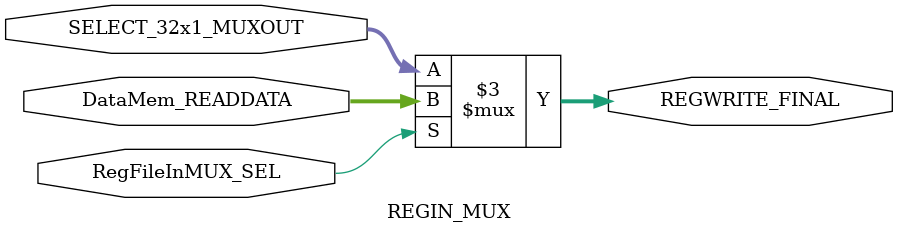
<source format=v>
/*
    Name            : De Silva K.R
    Index Number    : E/16/068
    Lab             : Lab 06 - part 1
*/

`timescale 1ns/100ps

// 2's compliment unit
module Inverter(INPUT, COMPLIMENT);
  input [7:0] INPUT;              // 8 bit input
  output reg [7:0] COMPLIMENT;    // output as the compliment of input

  always @ (*) begin
    #1
    // input is inverted
    COMPLIMENT = ~INPUT + 8'b00000001;
  end
endmodule


// 2's compliment mux module
module Inverter_MUX(INPUT, INVRTD_INPUT, OUTPUT, InvtMUX_SELECT);
  input [7:0] INPUT, INVRTD_INPUT;        // 8 inputs
  input InvtMUX_SELECT;                   // InvtMUX_SELECT = 1 to get inverted input as output
  output reg [7:0] OUTPUT;                // output

  always @ (*) begin 
    // if select is 1, inverted input is outputted 
    if(InvtMUX_SELECT) begin OUTPUT = INVRTD_INPUT; end
    // else,  non-inverted output is outputted
    else begin OUTPUT = INPUT; end
  end
endmodule


// immediate mux module
module Immediate_MUX(IM_INPUT, INPUT, OUTPUT, ImMUX_SELECT);
  input [7:0] IM_INPUT, INPUT;          // 8 bit inputs
  input ImMUX_SELECT;                   // SELECT = 1 to get immediate input as output 
  output reg [7:0] OUTPUT;              // output

  always @ (*) begin
    // if SELECT is 1, immediate input is outputted
    if(ImMUX_SELECT) begin OUTPUT = IM_INPUT; end
    // else, other input (output from inverter mux) is outputted
    else begin OUTPUT = INPUT; end
  end
endmodule


// dedicated adder to increment PC
module PC_incrementer(PC, updatedPC);
  input [31:0] PC;
  output reg [31:0] updatedPC;   // temporary variable to hold updated PC value

  always @ (PC) begin
    #1
    updatedPC = PC + 32'd4;
  end
endmodule


// adder to update PC value according to j or beq instruction
module PC_updater(updatedPC, PC_offset, offsettedPC);
  input [31:0] updatedPC;           // updatedPC -  normally incremented PC value by 4
  input [7:0] PC_offset;            // PC_offset -  offset value to be added to PC from j and beq instruction
  output reg [31:0] offsettedPC;    // newly updated PC value with added offset

  always @ (updatedPC) begin
    #2
    offsettedPC = updatedPC + {{24{PC_offset[7]}}, PC_offset, 2'b00};
  end
endmodule


// PC mux module
module PC_MUX(updatedPC, offsettedPC, PC_SELECT, newPC);
  input [31:0] updatedPC, offsettedPC;        // inputs - regularly updated PC (increment by 4) and offsetted PC
  input PC_SELECT;                            // select input of PC_MUX
  output reg [31:0] newPC;                    // output

  always @ (*) begin
    // if select is true offsetted PC is outputted
    if(PC_SELECT) begin
      newPC = offsettedPC;
    end
    // else, regularly updated PC is outputted
    else begin newPC = updatedPC; end
  end
endmodule


// MUX module to select correct write signal to be written to REG file
module SELECT_32x8_MUX(ALU_RESULT, LSL_SHIFTER_OUT, LSR_SHIFTER_OUT, ASR_SHIFTER_OUT, ROR_SHIFTER_OUT, SELECT_32x1, SELECT_32x1_MUXOUT);
  input [7:0] ALU_RESULT, LSL_SHIFTER_OUT, LSR_SHIFTER_OUT, ASR_SHIFTER_OUT, ROR_SHIFTER_OUT;   // outputs of shifters
  input [2:0] SELECT_32x1;                  // mux select signal
  output reg [7:0] SELECT_32x1_MUXOUT;      // output of the 32x1 mux

  always @ (*) begin

    // to get ALU result
    if(SELECT_32x1 == 3'b000) begin SELECT_32x1_MUXOUT = ALU_RESULT; end

    // to get logical left shift result
    else if(SELECT_32x1 == 3'b001) begin SELECT_32x1_MUXOUT = LSL_SHIFTER_OUT; end

    // to get logical right shift result 
    else if(SELECT_32x1 == 3'b010) begin SELECT_32x1_MUXOUT = LSR_SHIFTER_OUT; end

    // to get arithmetic right shift result
    else if(SELECT_32x1 == 3'b011) begin SELECT_32x1_MUXOUT = ASR_SHIFTER_OUT; end

    // to get rotate right result
    else if(SELECT_32x1 == 3'b100) begin SELECT_32x1_MUXOUT = ROR_SHIFTER_OUT; end
  end
endmodule

// MUX to select input to written to REG file 
module REGIN_MUX(SELECT_32x1_MUXOUT, DataMem_READDATA, RegFileInMUX_SEL, REGWRITE_FINAL);
  input [7:0] SELECT_32x1_MUXOUT, DataMem_READDATA;   // inputs from REG file and ALU
  input RegFileInMUX_SEL;                             // selection input
  output reg [7:0] REGWRITE_FINAL;                    // final output to be written to reg file

  always @ (*) begin
    // if mux selector is high data is read from data memory and assigned to the output stream
    if(RegFileInMUX_SEL) begin
      REGWRITE_FINAL = DataMem_READDATA;
    end
    // else output from the 32x1 mux is assigned to the output stream
    else begin
      REGWRITE_FINAL = SELECT_32x1_MUXOUT;
    end
  end
endmodule
</source>
